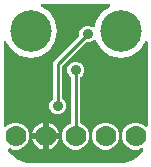
<source format=gbr>
G04 EAGLE Gerber RS-274X export*
G75*
%MOMM*%
%FSLAX34Y34*%
%LPD*%
%INBottom Copper*%
%IPPOS*%
%AMOC8*
5,1,8,0,0,1.08239X$1,22.5*%
G01*
%ADD10C,3.516000*%
%ADD11C,1.778000*%
%ADD12C,0.906400*%
%ADD13C,0.254000*%

G36*
X101622Y2543D02*
X101622Y2543D01*
X101700Y2545D01*
X105077Y2810D01*
X105145Y2824D01*
X105214Y2829D01*
X105370Y2869D01*
X111794Y4956D01*
X111901Y5006D01*
X112012Y5050D01*
X112063Y5083D01*
X112082Y5091D01*
X112097Y5104D01*
X112148Y5136D01*
X117612Y9107D01*
X117699Y9188D01*
X117746Y9227D01*
X117752Y9231D01*
X117753Y9232D01*
X117791Y9264D01*
X117829Y9310D01*
X117844Y9324D01*
X117855Y9342D01*
X117893Y9388D01*
X120578Y13083D01*
X120640Y13196D01*
X120708Y13306D01*
X120717Y13335D01*
X120731Y13361D01*
X120763Y13487D01*
X120801Y13610D01*
X120803Y13640D01*
X120810Y13669D01*
X120810Y13799D01*
X120817Y13928D01*
X120810Y13957D01*
X120810Y13987D01*
X120778Y14113D01*
X120752Y14239D01*
X120739Y14266D01*
X120731Y14296D01*
X120669Y14409D01*
X120613Y14525D01*
X120593Y14548D01*
X120578Y14574D01*
X120490Y14669D01*
X120406Y14767D01*
X120381Y14784D01*
X120361Y14806D01*
X120252Y14876D01*
X120146Y14950D01*
X120118Y14961D01*
X120092Y14977D01*
X119970Y15017D01*
X119849Y15063D01*
X119819Y15066D01*
X119790Y15075D01*
X119661Y15084D01*
X119533Y15098D01*
X119503Y15094D01*
X119473Y15096D01*
X119346Y15072D01*
X119218Y15053D01*
X119177Y15039D01*
X119160Y15036D01*
X119141Y15027D01*
X119065Y15001D01*
X116574Y13969D01*
X112026Y13969D01*
X107825Y15709D01*
X104609Y18925D01*
X102869Y23126D01*
X102869Y27674D01*
X104609Y31875D01*
X107825Y35091D01*
X112026Y36831D01*
X116574Y36831D01*
X120775Y35091D01*
X122293Y33573D01*
X122402Y33488D01*
X122509Y33399D01*
X122528Y33390D01*
X122544Y33378D01*
X122672Y33323D01*
X122797Y33264D01*
X122817Y33260D01*
X122836Y33252D01*
X122974Y33230D01*
X123110Y33204D01*
X123130Y33205D01*
X123150Y33202D01*
X123289Y33215D01*
X123427Y33224D01*
X123446Y33230D01*
X123466Y33232D01*
X123598Y33279D01*
X123729Y33322D01*
X123747Y33332D01*
X123766Y33339D01*
X123881Y33417D01*
X123998Y33492D01*
X124012Y33506D01*
X124029Y33518D01*
X124121Y33622D01*
X124216Y33723D01*
X124226Y33741D01*
X124239Y33756D01*
X124303Y33880D01*
X124370Y34002D01*
X124375Y34021D01*
X124384Y34039D01*
X124414Y34175D01*
X124449Y34310D01*
X124451Y34338D01*
X124454Y34350D01*
X124453Y34370D01*
X124459Y34470D01*
X124459Y104296D01*
X124446Y104400D01*
X124442Y104504D01*
X124426Y104557D01*
X124419Y104611D01*
X124381Y104708D01*
X124351Y104809D01*
X124323Y104856D01*
X124302Y104907D01*
X124241Y104992D01*
X124187Y105081D01*
X124148Y105120D01*
X124116Y105165D01*
X124035Y105231D01*
X123961Y105304D01*
X123913Y105332D01*
X123871Y105367D01*
X123776Y105412D01*
X123686Y105464D01*
X123633Y105479D01*
X123583Y105503D01*
X123480Y105522D01*
X123380Y105551D01*
X123325Y105552D01*
X123271Y105563D01*
X123166Y105556D01*
X123062Y105559D01*
X123008Y105546D01*
X122953Y105543D01*
X122854Y105511D01*
X122752Y105487D01*
X122703Y105462D01*
X122651Y105445D01*
X122562Y105389D01*
X122470Y105341D01*
X122428Y105304D01*
X122382Y105275D01*
X122310Y105199D01*
X122232Y105129D01*
X122179Y105059D01*
X122164Y105043D01*
X122157Y105030D01*
X122135Y105001D01*
X117634Y98266D01*
X110278Y93350D01*
X101600Y91624D01*
X92922Y93350D01*
X85566Y98266D01*
X80650Y105622D01*
X80595Y105900D01*
X80590Y105914D01*
X80589Y105929D01*
X80540Y106065D01*
X80494Y106202D01*
X80486Y106214D01*
X80481Y106228D01*
X80400Y106348D01*
X80322Y106469D01*
X80311Y106479D01*
X80303Y106491D01*
X80195Y106587D01*
X80088Y106685D01*
X80075Y106692D01*
X80064Y106702D01*
X79936Y106768D01*
X79809Y106836D01*
X79794Y106840D01*
X79781Y106847D01*
X79640Y106878D01*
X79500Y106913D01*
X79485Y106913D01*
X79471Y106916D01*
X79326Y106912D01*
X79182Y106911D01*
X79168Y106907D01*
X79153Y106907D01*
X79014Y106866D01*
X78875Y106830D01*
X78862Y106822D01*
X78847Y106818D01*
X78723Y106745D01*
X78597Y106674D01*
X78586Y106664D01*
X78573Y106657D01*
X78453Y106550D01*
X77666Y105764D01*
X75067Y104687D01*
X72502Y104687D01*
X72404Y104675D01*
X72305Y104672D01*
X72247Y104655D01*
X72187Y104647D01*
X72095Y104611D01*
X71999Y104583D01*
X71947Y104553D01*
X71891Y104530D01*
X71811Y104472D01*
X71726Y104422D01*
X71650Y104356D01*
X71634Y104344D01*
X71626Y104334D01*
X71605Y104316D01*
X52442Y85153D01*
X52382Y85075D01*
X52314Y85003D01*
X52285Y84950D01*
X52248Y84902D01*
X52208Y84811D01*
X52160Y84724D01*
X52145Y84666D01*
X52121Y84610D01*
X52106Y84512D01*
X52081Y84416D01*
X52075Y84316D01*
X52071Y84296D01*
X52073Y84284D01*
X52071Y84256D01*
X52071Y57517D01*
X52083Y57419D01*
X52086Y57320D01*
X52103Y57262D01*
X52111Y57202D01*
X52147Y57110D01*
X52175Y57015D01*
X52205Y56962D01*
X52228Y56906D01*
X52286Y56826D01*
X52336Y56741D01*
X52402Y56665D01*
X52414Y56649D01*
X52424Y56641D01*
X52442Y56620D01*
X54256Y54806D01*
X55333Y52207D01*
X55333Y49393D01*
X54256Y46794D01*
X52266Y44804D01*
X49667Y43727D01*
X46853Y43727D01*
X44254Y44804D01*
X42264Y46794D01*
X41187Y49393D01*
X41187Y52207D01*
X42264Y54806D01*
X44078Y56620D01*
X44138Y56698D01*
X44206Y56770D01*
X44235Y56823D01*
X44272Y56871D01*
X44312Y56962D01*
X44360Y57049D01*
X44375Y57107D01*
X44399Y57163D01*
X44414Y57261D01*
X44439Y57357D01*
X44445Y57457D01*
X44449Y57477D01*
X44447Y57489D01*
X44449Y57517D01*
X44449Y87938D01*
X66216Y109705D01*
X66276Y109783D01*
X66344Y109855D01*
X66373Y109908D01*
X66410Y109956D01*
X66450Y110047D01*
X66498Y110134D01*
X66513Y110192D01*
X66537Y110248D01*
X66552Y110346D01*
X66577Y110442D01*
X66583Y110542D01*
X66587Y110562D01*
X66585Y110574D01*
X66587Y110602D01*
X66587Y113167D01*
X67664Y115766D01*
X69654Y117756D01*
X72253Y118833D01*
X75067Y118833D01*
X77696Y117744D01*
X77747Y117706D01*
X77861Y117618D01*
X77875Y117612D01*
X77886Y117603D01*
X78021Y117549D01*
X78153Y117491D01*
X78167Y117489D01*
X78181Y117483D01*
X78325Y117464D01*
X78467Y117441D01*
X78481Y117443D01*
X78496Y117441D01*
X78640Y117458D01*
X78783Y117471D01*
X78797Y117476D01*
X78812Y117478D01*
X78947Y117530D01*
X79083Y117579D01*
X79095Y117587D01*
X79109Y117592D01*
X79227Y117676D01*
X79346Y117757D01*
X79356Y117769D01*
X79368Y117777D01*
X79461Y117887D01*
X79556Y117996D01*
X79563Y118009D01*
X79573Y118020D01*
X79636Y118151D01*
X79701Y118279D01*
X79704Y118293D01*
X79711Y118307D01*
X79752Y118462D01*
X80650Y122978D01*
X85566Y130334D01*
X92301Y134835D01*
X92380Y134903D01*
X92465Y134964D01*
X92500Y135007D01*
X92541Y135043D01*
X92601Y135129D01*
X92667Y135209D01*
X92691Y135259D01*
X92722Y135305D01*
X92758Y135403D01*
X92803Y135497D01*
X92813Y135551D01*
X92832Y135603D01*
X92843Y135707D01*
X92863Y135810D01*
X92859Y135865D01*
X92865Y135919D01*
X92849Y136023D01*
X92843Y136127D01*
X92826Y136179D01*
X92818Y136234D01*
X92777Y136330D01*
X92745Y136429D01*
X92715Y136476D01*
X92694Y136527D01*
X92631Y136610D01*
X92575Y136698D01*
X92535Y136736D01*
X92501Y136780D01*
X92419Y136845D01*
X92343Y136916D01*
X92295Y136943D01*
X92252Y136977D01*
X92156Y137019D01*
X92065Y137070D01*
X92011Y137083D01*
X91961Y137106D01*
X91858Y137123D01*
X91757Y137149D01*
X91669Y137155D01*
X91647Y137158D01*
X91632Y137157D01*
X91596Y137159D01*
X35404Y137159D01*
X35300Y137146D01*
X35196Y137142D01*
X35143Y137126D01*
X35089Y137119D01*
X34992Y137081D01*
X34891Y137051D01*
X34844Y137023D01*
X34793Y137002D01*
X34708Y136941D01*
X34619Y136887D01*
X34580Y136848D01*
X34536Y136816D01*
X34469Y136735D01*
X34396Y136661D01*
X34368Y136613D01*
X34333Y136571D01*
X34288Y136476D01*
X34236Y136386D01*
X34221Y136333D01*
X34197Y136283D01*
X34178Y136180D01*
X34149Y136080D01*
X34148Y136025D01*
X34137Y135971D01*
X34144Y135866D01*
X34141Y135762D01*
X34154Y135708D01*
X34157Y135653D01*
X34189Y135554D01*
X34213Y135452D01*
X34238Y135403D01*
X34255Y135351D01*
X34311Y135262D01*
X34359Y135170D01*
X34396Y135128D01*
X34425Y135082D01*
X34501Y135010D01*
X34571Y134932D01*
X34641Y134879D01*
X34657Y134864D01*
X34670Y134857D01*
X34699Y134835D01*
X41434Y130334D01*
X46350Y122978D01*
X48076Y114300D01*
X46350Y105622D01*
X41434Y98266D01*
X34078Y93350D01*
X25400Y91624D01*
X16722Y93350D01*
X9366Y98266D01*
X4865Y105001D01*
X4797Y105080D01*
X4736Y105165D01*
X4693Y105200D01*
X4657Y105241D01*
X4571Y105301D01*
X4491Y105367D01*
X4441Y105391D01*
X4395Y105422D01*
X4297Y105458D01*
X4203Y105503D01*
X4149Y105513D01*
X4097Y105532D01*
X3993Y105543D01*
X3890Y105563D01*
X3835Y105559D01*
X3781Y105565D01*
X3677Y105549D01*
X3573Y105543D01*
X3521Y105526D01*
X3466Y105518D01*
X3370Y105477D01*
X3271Y105445D01*
X3224Y105415D01*
X3173Y105394D01*
X3090Y105331D01*
X3002Y105275D01*
X2964Y105235D01*
X2920Y105201D01*
X2855Y105119D01*
X2784Y105043D01*
X2757Y104995D01*
X2723Y104952D01*
X2681Y104856D01*
X2630Y104765D01*
X2617Y104711D01*
X2594Y104661D01*
X2577Y104558D01*
X2551Y104457D01*
X2545Y104369D01*
X2542Y104347D01*
X2543Y104332D01*
X2541Y104296D01*
X2541Y34470D01*
X2558Y34333D01*
X2571Y34194D01*
X2578Y34175D01*
X2581Y34155D01*
X2632Y34026D01*
X2679Y33895D01*
X2690Y33878D01*
X2698Y33859D01*
X2779Y33747D01*
X2857Y33632D01*
X2873Y33618D01*
X2884Y33602D01*
X2992Y33513D01*
X3096Y33421D01*
X3114Y33412D01*
X3129Y33399D01*
X3255Y33340D01*
X3379Y33277D01*
X3399Y33272D01*
X3417Y33264D01*
X3554Y33237D01*
X3689Y33207D01*
X3710Y33208D01*
X3729Y33204D01*
X3868Y33212D01*
X4007Y33217D01*
X4027Y33222D01*
X4047Y33224D01*
X4179Y33266D01*
X4313Y33305D01*
X4330Y33315D01*
X4349Y33322D01*
X4467Y33396D01*
X4587Y33467D01*
X4608Y33485D01*
X4618Y33492D01*
X4632Y33507D01*
X4707Y33573D01*
X6225Y35091D01*
X10426Y36831D01*
X14974Y36831D01*
X19175Y35091D01*
X22391Y31875D01*
X24131Y27674D01*
X24131Y23126D01*
X22391Y18925D01*
X19175Y15709D01*
X14974Y13969D01*
X10426Y13969D01*
X7935Y15001D01*
X7810Y15035D01*
X7687Y15075D01*
X7657Y15077D01*
X7628Y15085D01*
X7499Y15087D01*
X7370Y15096D01*
X7340Y15090D01*
X7310Y15090D01*
X7184Y15060D01*
X7057Y15036D01*
X7030Y15023D01*
X7001Y15016D01*
X6886Y14956D01*
X6769Y14901D01*
X6746Y14882D01*
X6719Y14868D01*
X6624Y14781D01*
X6524Y14698D01*
X6506Y14674D01*
X6484Y14654D01*
X6413Y14546D01*
X6337Y14441D01*
X6326Y14413D01*
X6309Y14388D01*
X6267Y14265D01*
X6220Y14146D01*
X6216Y14116D01*
X6206Y14087D01*
X6196Y13958D01*
X6180Y13830D01*
X6183Y13800D01*
X6181Y13770D01*
X6203Y13643D01*
X6219Y13515D01*
X6230Y13486D01*
X6235Y13457D01*
X6288Y13339D01*
X6336Y13219D01*
X6359Y13182D01*
X6366Y13167D01*
X6380Y13150D01*
X6422Y13083D01*
X9107Y9388D01*
X9127Y9366D01*
X9138Y9348D01*
X9184Y9305D01*
X9188Y9301D01*
X9264Y9209D01*
X9310Y9171D01*
X9324Y9156D01*
X9342Y9145D01*
X9388Y9107D01*
X14596Y5322D01*
X14852Y5136D01*
X14956Y5079D01*
X15056Y5015D01*
X15113Y4993D01*
X15131Y4983D01*
X15151Y4978D01*
X15206Y4956D01*
X21630Y2869D01*
X21698Y2856D01*
X21764Y2833D01*
X21923Y2810D01*
X25300Y2545D01*
X25322Y2546D01*
X25400Y2541D01*
X101600Y2541D01*
X101622Y2543D01*
G37*
%LPC*%
G36*
X61226Y13969D02*
X61226Y13969D01*
X57025Y15709D01*
X53809Y18925D01*
X52069Y23126D01*
X52069Y27674D01*
X53809Y31875D01*
X57025Y35091D01*
X58906Y35870D01*
X58931Y35884D01*
X58959Y35893D01*
X59069Y35963D01*
X59182Y36027D01*
X59203Y36048D01*
X59228Y36063D01*
X59317Y36158D01*
X59410Y36248D01*
X59426Y36273D01*
X59446Y36295D01*
X59509Y36409D01*
X59577Y36519D01*
X59585Y36548D01*
X59600Y36574D01*
X59632Y36699D01*
X59670Y36823D01*
X59672Y36853D01*
X59679Y36881D01*
X59689Y37042D01*
X59689Y74563D01*
X59677Y74661D01*
X59674Y74760D01*
X59657Y74818D01*
X59649Y74878D01*
X59613Y74970D01*
X59585Y75065D01*
X59555Y75118D01*
X59532Y75174D01*
X59474Y75254D01*
X59424Y75339D01*
X59358Y75415D01*
X59346Y75431D01*
X59336Y75439D01*
X59318Y75460D01*
X57504Y77274D01*
X56427Y79873D01*
X56427Y82687D01*
X57504Y85286D01*
X59494Y87276D01*
X62093Y88353D01*
X64907Y88353D01*
X67506Y87276D01*
X69496Y85286D01*
X70573Y82687D01*
X70573Y79873D01*
X69496Y77274D01*
X67682Y75460D01*
X67622Y75382D01*
X67554Y75310D01*
X67525Y75257D01*
X67488Y75209D01*
X67448Y75118D01*
X67400Y75031D01*
X67385Y74973D01*
X67361Y74917D01*
X67346Y74819D01*
X67321Y74723D01*
X67315Y74623D01*
X67311Y74603D01*
X67313Y74591D01*
X67311Y74563D01*
X67311Y37042D01*
X67314Y37013D01*
X67312Y36983D01*
X67334Y36856D01*
X67351Y36727D01*
X67361Y36699D01*
X67366Y36670D01*
X67420Y36552D01*
X67468Y36431D01*
X67485Y36407D01*
X67497Y36380D01*
X67578Y36279D01*
X67654Y36174D01*
X67677Y36155D01*
X67696Y36132D01*
X67799Y36054D01*
X67899Y35971D01*
X67926Y35958D01*
X67950Y35940D01*
X68094Y35870D01*
X69975Y35091D01*
X73191Y31875D01*
X74931Y27674D01*
X74931Y23126D01*
X73191Y18925D01*
X69975Y15709D01*
X65774Y13969D01*
X61226Y13969D01*
G37*
%LPD*%
%LPC*%
G36*
X86626Y13969D02*
X86626Y13969D01*
X82425Y15709D01*
X79209Y18925D01*
X77469Y23126D01*
X77469Y27674D01*
X79209Y31875D01*
X82425Y35091D01*
X86626Y36831D01*
X91174Y36831D01*
X95375Y35091D01*
X98591Y31875D01*
X100331Y27674D01*
X100331Y23126D01*
X98591Y18925D01*
X95375Y15709D01*
X91174Y13969D01*
X86626Y13969D01*
G37*
%LPD*%
%LPC*%
G36*
X40599Y27899D02*
X40599Y27899D01*
X40599Y36577D01*
X40777Y36549D01*
X42488Y35993D01*
X44091Y35177D01*
X45547Y34119D01*
X46819Y32847D01*
X47877Y31391D01*
X48693Y29788D01*
X49249Y28077D01*
X49277Y27899D01*
X40599Y27899D01*
G37*
%LPD*%
%LPC*%
G36*
X26923Y27899D02*
X26923Y27899D01*
X26951Y28077D01*
X27507Y29788D01*
X28323Y31391D01*
X29381Y32847D01*
X30653Y34119D01*
X32109Y35177D01*
X33712Y35993D01*
X35423Y36549D01*
X35601Y36577D01*
X35601Y27899D01*
X26923Y27899D01*
G37*
%LPD*%
%LPC*%
G36*
X40599Y22901D02*
X40599Y22901D01*
X49277Y22901D01*
X49249Y22723D01*
X48693Y21012D01*
X47877Y19409D01*
X46819Y17953D01*
X45547Y16681D01*
X44091Y15623D01*
X42488Y14807D01*
X40777Y14251D01*
X40599Y14223D01*
X40599Y22901D01*
G37*
%LPD*%
%LPC*%
G36*
X35423Y14251D02*
X35423Y14251D01*
X33712Y14807D01*
X32109Y15623D01*
X30653Y16681D01*
X29381Y17953D01*
X28323Y19409D01*
X27507Y21012D01*
X26951Y22723D01*
X26923Y22901D01*
X35601Y22901D01*
X35601Y14223D01*
X35423Y14251D01*
G37*
%LPD*%
D10*
X25400Y114300D03*
X101600Y114300D03*
D11*
X12700Y25400D03*
X38100Y25400D03*
X63500Y25400D03*
X88900Y25400D03*
X114300Y25400D03*
D12*
X48260Y50800D03*
D13*
X48260Y86360D01*
X73660Y111760D01*
D12*
X73660Y111760D03*
X53340Y111760D03*
X119380Y93980D03*
X63500Y81280D03*
D13*
X63500Y25400D01*
M02*

</source>
